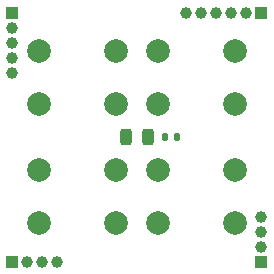
<source format=gts>
%TF.GenerationSoftware,KiCad,Pcbnew,9.0.5-1.fc42*%
%TF.CreationDate,2025-12-03T04:04:07+01:00*%
%TF.ProjectId,Block-Switch-4,426c6f63-6b2d-4537-9769-7463682d342e,1*%
%TF.SameCoordinates,Original*%
%TF.FileFunction,Soldermask,Top*%
%TF.FilePolarity,Negative*%
%FSLAX46Y46*%
G04 Gerber Fmt 4.6, Leading zero omitted, Abs format (unit mm)*
G04 Created by KiCad (PCBNEW 9.0.5-1.fc42) date 2025-12-03 04:04:07*
%MOMM*%
%LPD*%
G01*
G04 APERTURE LIST*
G04 Aperture macros list*
%AMRoundRect*
0 Rectangle with rounded corners*
0 $1 Rounding radius*
0 $2 $3 $4 $5 $6 $7 $8 $9 X,Y pos of 4 corners*
0 Add a 4 corners polygon primitive as box body*
4,1,4,$2,$3,$4,$5,$6,$7,$8,$9,$2,$3,0*
0 Add four circle primitives for the rounded corners*
1,1,$1+$1,$2,$3*
1,1,$1+$1,$4,$5*
1,1,$1+$1,$6,$7*
1,1,$1+$1,$8,$9*
0 Add four rect primitives between the rounded corners*
20,1,$1+$1,$2,$3,$4,$5,0*
20,1,$1+$1,$4,$5,$6,$7,0*
20,1,$1+$1,$6,$7,$8,$9,0*
20,1,$1+$1,$8,$9,$2,$3,0*%
G04 Aperture macros list end*
%ADD10C,2.000000*%
%ADD11RoundRect,0.243750X-0.243750X-0.456250X0.243750X-0.456250X0.243750X0.456250X-0.243750X0.456250X0*%
%ADD12RoundRect,0.135000X0.135000X0.185000X-0.135000X0.185000X-0.135000X-0.185000X0.135000X-0.185000X0*%
%ADD13R,1.000000X1.000000*%
%ADD14C,1.000000*%
G04 APERTURE END LIST*
D10*
%TO.C,SW4*%
X140831300Y-106398190D03*
X147331300Y-106398190D03*
X140831300Y-110898190D03*
X147331300Y-110898190D03*
%TD*%
%TO.C,SW3*%
X130798700Y-106398190D03*
X137298700Y-106398190D03*
X130798700Y-110898190D03*
X137298700Y-110898190D03*
%TD*%
D11*
%TO.C,D1*%
X138147500Y-113665000D03*
X140022500Y-113665000D03*
%TD*%
D10*
%TO.C,SW2*%
X140831300Y-116431810D03*
X147331300Y-116431810D03*
X140831300Y-120931810D03*
X147331300Y-120931810D03*
%TD*%
D12*
%TO.C,R5*%
X142494000Y-113665000D03*
X141474000Y-113665000D03*
%TD*%
D10*
%TO.C,SW1*%
X130798700Y-116431810D03*
X137298700Y-116431810D03*
X130798700Y-120931810D03*
X137298700Y-120931810D03*
%TD*%
D13*
%TO.C,J4*%
X128525000Y-124205000D03*
D14*
X129795000Y-124205000D03*
X131065000Y-124205000D03*
X132335000Y-124205000D03*
%TD*%
D13*
%TO.C,J2*%
X149605000Y-124205000D03*
D14*
X149605000Y-122935000D03*
X149605000Y-121665000D03*
X149605000Y-120395000D03*
%TD*%
D13*
%TO.C,J1*%
X128525000Y-103125000D03*
D14*
X128525000Y-104395000D03*
X128525000Y-105665000D03*
X128525000Y-106935000D03*
X128525000Y-108205000D03*
%TD*%
D13*
%TO.C,J3*%
X149605000Y-103125000D03*
D14*
X148335000Y-103125000D03*
X147065000Y-103125000D03*
X145795000Y-103125000D03*
X144525000Y-103125000D03*
X143255000Y-103125000D03*
%TD*%
M02*

</source>
